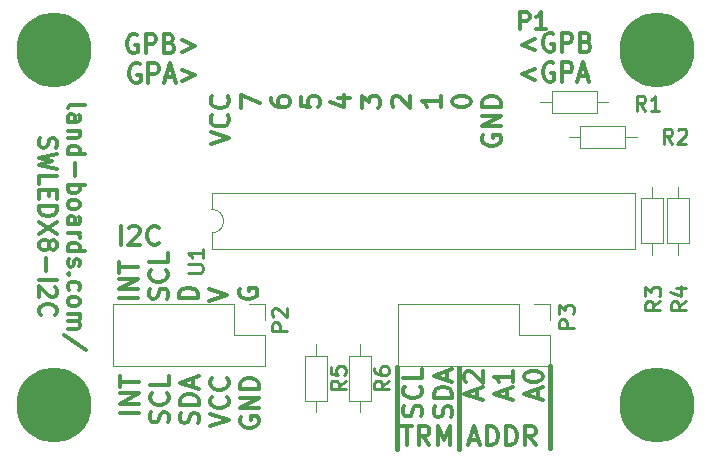
<source format=gto>
%TF.GenerationSoftware,KiCad,Pcbnew,(6.0.1)*%
%TF.CreationDate,2022-05-25T08:12:37-04:00*%
%TF.ProjectId,SWLEDX8-I2C,53574c45-4458-4382-9d49-32432e6b6963,X1*%
%TF.SameCoordinates,Original*%
%TF.FileFunction,Legend,Top*%
%TF.FilePolarity,Positive*%
%FSLAX46Y46*%
G04 Gerber Fmt 4.6, Leading zero omitted, Abs format (unit mm)*
G04 Created by KiCad (PCBNEW (6.0.1)) date 2022-05-25 08:12:37*
%MOMM*%
%LPD*%
G01*
G04 APERTURE LIST*
%ADD10C,0.381000*%
%ADD11C,0.304800*%
%ADD12C,0.375000*%
%ADD13C,0.254000*%
%ADD14C,0.120000*%
%ADD15C,6.350000*%
G04 APERTURE END LIST*
D10*
X38227000Y-37719000D02*
X38227000Y-30924500D01*
X45950000Y-37629000D02*
X45940000Y-30700000D01*
X32983000Y-30790000D02*
X32983000Y-37719000D01*
D11*
X44722120Y-5546214D02*
X43560977Y-6017928D01*
X44722120Y-6489642D01*
X46246120Y-5074500D02*
X46100977Y-4995880D01*
X45883262Y-4995880D01*
X45665548Y-5074500D01*
X45520405Y-5231738D01*
X45447834Y-5388976D01*
X45375262Y-5703452D01*
X45375262Y-5939309D01*
X45447834Y-6253785D01*
X45520405Y-6411023D01*
X45665548Y-6568261D01*
X45883262Y-6646880D01*
X46028405Y-6646880D01*
X46246120Y-6568261D01*
X46318691Y-6489642D01*
X46318691Y-5939309D01*
X46028405Y-5939309D01*
X46971834Y-6646880D02*
X46971834Y-4995880D01*
X47552405Y-4995880D01*
X47697548Y-5074500D01*
X47770120Y-5153119D01*
X47842691Y-5310357D01*
X47842691Y-5546214D01*
X47770120Y-5703452D01*
X47697548Y-5782071D01*
X47552405Y-5860690D01*
X46971834Y-5860690D01*
X48423262Y-6175166D02*
X49148977Y-6175166D01*
X48278120Y-6646880D02*
X48786120Y-4995880D01*
X49294120Y-6646880D01*
X35060809Y-34985577D02*
X35136404Y-34755162D01*
X35136404Y-34371139D01*
X35060809Y-34217529D01*
X34985214Y-34140724D01*
X34834023Y-34063920D01*
X34682833Y-34063920D01*
X34531642Y-34140724D01*
X34456047Y-34217529D01*
X34380452Y-34371139D01*
X34304857Y-34678358D01*
X34229261Y-34831967D01*
X34153666Y-34908772D01*
X34002476Y-34985577D01*
X33851285Y-34985577D01*
X33700095Y-34908772D01*
X33624500Y-34831967D01*
X33548904Y-34678358D01*
X33548904Y-34294334D01*
X33624500Y-34063920D01*
X34985214Y-32451020D02*
X35060809Y-32527824D01*
X35136404Y-32758239D01*
X35136404Y-32911848D01*
X35060809Y-33142262D01*
X34909619Y-33295872D01*
X34758428Y-33372677D01*
X34456047Y-33449481D01*
X34229261Y-33449481D01*
X33926880Y-33372677D01*
X33775690Y-33295872D01*
X33624500Y-33142262D01*
X33548904Y-32911848D01*
X33548904Y-32758239D01*
X33624500Y-32527824D01*
X33700095Y-32451020D01*
X35136404Y-30991729D02*
X35136404Y-31759777D01*
X33548904Y-31759777D01*
X37616684Y-35062381D02*
X37692279Y-34831967D01*
X37692279Y-34447943D01*
X37616684Y-34294334D01*
X37541089Y-34217529D01*
X37389898Y-34140724D01*
X37238708Y-34140724D01*
X37087517Y-34217529D01*
X37011922Y-34294334D01*
X36936327Y-34447943D01*
X36860732Y-34755162D01*
X36785136Y-34908772D01*
X36709541Y-34985577D01*
X36558351Y-35062381D01*
X36407160Y-35062381D01*
X36255970Y-34985577D01*
X36180375Y-34908772D01*
X36104779Y-34755162D01*
X36104779Y-34371139D01*
X36180375Y-34140724D01*
X37692279Y-33449481D02*
X36104779Y-33449481D01*
X36104779Y-33065458D01*
X36180375Y-32835043D01*
X36331565Y-32681434D01*
X36482755Y-32604629D01*
X36785136Y-32527824D01*
X37011922Y-32527824D01*
X37314303Y-32604629D01*
X37465494Y-32681434D01*
X37616684Y-32835043D01*
X37692279Y-33065458D01*
X37692279Y-33449481D01*
X37238708Y-31913386D02*
X37238708Y-31145339D01*
X37692279Y-32066996D02*
X36104779Y-31529362D01*
X37692279Y-30991729D01*
X39794583Y-33449481D02*
X39794583Y-32681434D01*
X40248154Y-33603091D02*
X38660654Y-33065458D01*
X40248154Y-32527824D01*
X38811845Y-32066996D02*
X38736250Y-31990191D01*
X38660654Y-31836581D01*
X38660654Y-31452558D01*
X38736250Y-31298948D01*
X38811845Y-31222143D01*
X38963035Y-31145339D01*
X39114226Y-31145339D01*
X39341011Y-31222143D01*
X40248154Y-32143800D01*
X40248154Y-31145339D01*
X42350458Y-33449481D02*
X42350458Y-32681434D01*
X42804029Y-33603091D02*
X41216529Y-33065458D01*
X42804029Y-32527824D01*
X42804029Y-31145339D02*
X42804029Y-32066996D01*
X42804029Y-31606167D02*
X41216529Y-31606167D01*
X41443315Y-31759777D01*
X41594505Y-31913386D01*
X41670101Y-32066996D01*
X44906333Y-33449481D02*
X44906333Y-32681434D01*
X45359904Y-33603091D02*
X43772404Y-33065458D01*
X45359904Y-32527824D01*
X43772404Y-31682972D02*
X43772404Y-31529362D01*
X43848000Y-31375753D01*
X43923595Y-31298948D01*
X44074785Y-31222143D01*
X44377166Y-31145339D01*
X44755142Y-31145339D01*
X45057523Y-31222143D01*
X45208714Y-31298948D01*
X45284309Y-31375753D01*
X45359904Y-31529362D01*
X45359904Y-31682972D01*
X45284309Y-31836581D01*
X45208714Y-31913386D01*
X45057523Y-31990191D01*
X44755142Y-32066996D01*
X44377166Y-32066996D01*
X44074785Y-31990191D01*
X43923595Y-31913386D01*
X43848000Y-31836581D01*
X43772404Y-31682972D01*
X43456739Y-2155976D02*
X43456739Y-758976D01*
X43988929Y-758976D01*
X44121977Y-825500D01*
X44188500Y-892023D01*
X44255024Y-1025071D01*
X44255024Y-1224642D01*
X44188500Y-1357690D01*
X44121977Y-1424214D01*
X43988929Y-1490738D01*
X43456739Y-1490738D01*
X45585500Y-2155976D02*
X44787215Y-2155976D01*
X45186358Y-2155976D02*
X45186358Y-758976D01*
X45053310Y-958547D01*
X44920262Y-1091595D01*
X44787215Y-1158119D01*
X11135553Y-34664710D02*
X9560753Y-34664710D01*
X11135553Y-33914805D02*
X9560753Y-33914805D01*
X11135553Y-33014920D01*
X9560753Y-33014920D01*
X9560753Y-32489986D02*
X9560753Y-31590100D01*
X11135553Y-32040043D02*
X9560753Y-32040043D01*
X13595991Y-35489605D02*
X13670981Y-35264634D01*
X13670981Y-34889681D01*
X13595991Y-34739700D01*
X13521000Y-34664710D01*
X13371019Y-34589720D01*
X13221038Y-34589720D01*
X13071057Y-34664710D01*
X12996067Y-34739700D01*
X12921076Y-34889681D01*
X12846086Y-35189643D01*
X12771095Y-35339624D01*
X12696105Y-35414615D01*
X12546124Y-35489605D01*
X12396143Y-35489605D01*
X12246162Y-35414615D01*
X12171172Y-35339624D01*
X12096181Y-35189643D01*
X12096181Y-34814691D01*
X12171172Y-34589720D01*
X13521000Y-33014920D02*
X13595991Y-33089910D01*
X13670981Y-33314881D01*
X13670981Y-33464862D01*
X13595991Y-33689834D01*
X13446010Y-33839815D01*
X13296029Y-33914805D01*
X12996067Y-33989796D01*
X12771095Y-33989796D01*
X12471133Y-33914805D01*
X12321152Y-33839815D01*
X12171172Y-33689834D01*
X12096181Y-33464862D01*
X12096181Y-33314881D01*
X12171172Y-33089910D01*
X12246162Y-33014920D01*
X13670981Y-31590100D02*
X13670981Y-32340005D01*
X12096181Y-32340005D01*
X16131419Y-35564596D02*
X16206409Y-35339624D01*
X16206409Y-34964672D01*
X16131419Y-34814691D01*
X16056428Y-34739700D01*
X15906447Y-34664710D01*
X15756466Y-34664710D01*
X15606485Y-34739700D01*
X15531495Y-34814691D01*
X15456504Y-34964672D01*
X15381514Y-35264634D01*
X15306523Y-35414615D01*
X15231533Y-35489605D01*
X15081552Y-35564596D01*
X14931571Y-35564596D01*
X14781590Y-35489605D01*
X14706600Y-35414615D01*
X14631609Y-35264634D01*
X14631609Y-34889681D01*
X14706600Y-34664710D01*
X16206409Y-33989796D02*
X14631609Y-33989796D01*
X14631609Y-33614843D01*
X14706600Y-33389872D01*
X14856580Y-33239891D01*
X15006561Y-33164900D01*
X15306523Y-33089910D01*
X15531495Y-33089910D01*
X15831457Y-33164900D01*
X15981438Y-33239891D01*
X16131419Y-33389872D01*
X16206409Y-33614843D01*
X16206409Y-33989796D01*
X15756466Y-32489986D02*
X15756466Y-31740081D01*
X16206409Y-32639967D02*
X14631609Y-32115034D01*
X16206409Y-31590100D01*
X17167037Y-35789567D02*
X18741837Y-35264634D01*
X17167037Y-34739700D01*
X18591856Y-33314881D02*
X18666847Y-33389872D01*
X18741837Y-33614843D01*
X18741837Y-33764824D01*
X18666847Y-33989796D01*
X18516866Y-34139777D01*
X18366885Y-34214767D01*
X18066923Y-34289758D01*
X17841951Y-34289758D01*
X17541989Y-34214767D01*
X17392008Y-34139777D01*
X17242028Y-33989796D01*
X17167037Y-33764824D01*
X17167037Y-33614843D01*
X17242028Y-33389872D01*
X17317018Y-33314881D01*
X18591856Y-31740081D02*
X18666847Y-31815072D01*
X18741837Y-32040043D01*
X18741837Y-32190024D01*
X18666847Y-32414996D01*
X18516866Y-32564977D01*
X18366885Y-32639967D01*
X18066923Y-32714958D01*
X17841951Y-32714958D01*
X17541989Y-32639967D01*
X17392008Y-32564977D01*
X17242028Y-32414996D01*
X17167037Y-32190024D01*
X17167037Y-32040043D01*
X17242028Y-31815072D01*
X17317018Y-31740081D01*
X19777456Y-35039662D02*
X19702465Y-35189643D01*
X19702465Y-35414615D01*
X19777456Y-35639586D01*
X19927436Y-35789567D01*
X20077417Y-35864558D01*
X20377379Y-35939548D01*
X20602351Y-35939548D01*
X20902313Y-35864558D01*
X21052294Y-35789567D01*
X21202275Y-35639586D01*
X21277265Y-35414615D01*
X21277265Y-35264634D01*
X21202275Y-35039662D01*
X21127284Y-34964672D01*
X20602351Y-34964672D01*
X20602351Y-35264634D01*
X21277265Y-34289758D02*
X19702465Y-34289758D01*
X21277265Y-33389872D01*
X19702465Y-33389872D01*
X21277265Y-32639967D02*
X19702465Y-32639967D01*
X19702465Y-32265015D01*
X19777456Y-32040043D01*
X19927436Y-31890062D01*
X20077417Y-31815072D01*
X20377379Y-31740081D01*
X20602351Y-31740081D01*
X20902313Y-31815072D01*
X21052294Y-31890062D01*
X21202275Y-32040043D01*
X21277265Y-32265015D01*
X21277265Y-32639967D01*
X33370399Y-35830654D02*
X34292056Y-35830654D01*
X33831227Y-37418154D02*
X33831227Y-35830654D01*
X35751346Y-37418154D02*
X35213713Y-36662202D01*
X34829689Y-37418154D02*
X34829689Y-35830654D01*
X35444127Y-35830654D01*
X35597737Y-35906250D01*
X35674541Y-35981845D01*
X35751346Y-36133035D01*
X35751346Y-36359821D01*
X35674541Y-36511011D01*
X35597737Y-36586607D01*
X35444127Y-36662202D01*
X34829689Y-36662202D01*
X36442589Y-37418154D02*
X36442589Y-35830654D01*
X36980222Y-36964583D01*
X37517856Y-35830654D01*
X37517856Y-37418154D01*
X11221880Y-5174500D02*
X11076737Y-5095880D01*
X10859022Y-5095880D01*
X10641308Y-5174500D01*
X10496165Y-5331738D01*
X10423594Y-5488976D01*
X10351022Y-5803452D01*
X10351022Y-6039309D01*
X10423594Y-6353785D01*
X10496165Y-6511023D01*
X10641308Y-6668261D01*
X10859022Y-6746880D01*
X11004165Y-6746880D01*
X11221880Y-6668261D01*
X11294451Y-6589642D01*
X11294451Y-6039309D01*
X11004165Y-6039309D01*
X11947594Y-6746880D02*
X11947594Y-5095880D01*
X12528165Y-5095880D01*
X12673308Y-5174500D01*
X12745880Y-5253119D01*
X12818451Y-5410357D01*
X12818451Y-5646214D01*
X12745880Y-5803452D01*
X12673308Y-5882071D01*
X12528165Y-5960690D01*
X11947594Y-5960690D01*
X13399022Y-6275166D02*
X14124737Y-6275166D01*
X13253880Y-6746880D02*
X13761880Y-5095880D01*
X14269880Y-6746880D01*
X14777880Y-5646214D02*
X15939022Y-6117928D01*
X14777880Y-6589642D01*
X39132913Y-36967583D02*
X39900960Y-36967583D01*
X38979303Y-37421154D02*
X39516937Y-35833654D01*
X40054570Y-37421154D01*
X40592203Y-37421154D02*
X40592203Y-35833654D01*
X40976227Y-35833654D01*
X41206641Y-35909250D01*
X41360251Y-36060440D01*
X41437056Y-36211630D01*
X41513860Y-36514011D01*
X41513860Y-36740797D01*
X41437056Y-37043178D01*
X41360251Y-37194369D01*
X41206641Y-37345559D01*
X40976227Y-37421154D01*
X40592203Y-37421154D01*
X42205103Y-37421154D02*
X42205103Y-35833654D01*
X42589127Y-35833654D01*
X42819541Y-35909250D01*
X42973151Y-36060440D01*
X43049956Y-36211630D01*
X43126760Y-36514011D01*
X43126760Y-36740797D01*
X43049956Y-37043178D01*
X42973151Y-37194369D01*
X42819541Y-37345559D01*
X42589127Y-37421154D01*
X42205103Y-37421154D01*
X44739660Y-37421154D02*
X44202027Y-36665202D01*
X43818003Y-37421154D02*
X43818003Y-35833654D01*
X44432441Y-35833654D01*
X44586051Y-35909250D01*
X44662856Y-35984845D01*
X44739660Y-36136035D01*
X44739660Y-36362821D01*
X44662856Y-36514011D01*
X44586051Y-36589607D01*
X44432441Y-36665202D01*
X43818003Y-36665202D01*
D12*
X5128928Y-8864285D02*
X5200357Y-8721428D01*
X5343214Y-8649999D01*
X6628928Y-8649999D01*
X5128928Y-10078571D02*
X5914642Y-10078571D01*
X6057500Y-10007142D01*
X6128928Y-9864285D01*
X6128928Y-9578571D01*
X6057500Y-9435714D01*
X5200357Y-10078571D02*
X5128928Y-9935714D01*
X5128928Y-9578571D01*
X5200357Y-9435714D01*
X5343214Y-9364285D01*
X5486071Y-9364285D01*
X5628928Y-9435714D01*
X5700357Y-9578571D01*
X5700357Y-9935714D01*
X5771785Y-10078571D01*
X6128928Y-10792857D02*
X5128928Y-10792857D01*
X5986071Y-10792857D02*
X6057500Y-10864285D01*
X6128928Y-11007142D01*
X6128928Y-11221428D01*
X6057500Y-11364285D01*
X5914642Y-11435714D01*
X5128928Y-11435714D01*
X5128928Y-12792857D02*
X6628928Y-12792857D01*
X5200357Y-12792857D02*
X5128928Y-12649999D01*
X5128928Y-12364285D01*
X5200357Y-12221428D01*
X5271785Y-12149999D01*
X5414642Y-12078571D01*
X5843214Y-12078571D01*
X5986071Y-12149999D01*
X6057500Y-12221428D01*
X6128928Y-12364285D01*
X6128928Y-12649999D01*
X6057500Y-12792857D01*
X5700357Y-13507142D02*
X5700357Y-14649999D01*
X5128928Y-15364285D02*
X6628928Y-15364285D01*
X6057500Y-15364285D02*
X6128928Y-15507142D01*
X6128928Y-15792857D01*
X6057500Y-15935714D01*
X5986071Y-16007142D01*
X5843214Y-16078571D01*
X5414642Y-16078571D01*
X5271785Y-16007142D01*
X5200357Y-15935714D01*
X5128928Y-15792857D01*
X5128928Y-15507142D01*
X5200357Y-15364285D01*
X5128928Y-16935714D02*
X5200357Y-16792857D01*
X5271785Y-16721428D01*
X5414642Y-16649999D01*
X5843214Y-16649999D01*
X5986071Y-16721428D01*
X6057500Y-16792857D01*
X6128928Y-16935714D01*
X6128928Y-17150000D01*
X6057500Y-17292857D01*
X5986071Y-17364285D01*
X5843214Y-17435714D01*
X5414642Y-17435714D01*
X5271785Y-17364285D01*
X5200357Y-17292857D01*
X5128928Y-17149999D01*
X5128928Y-16935714D01*
X5128928Y-18721428D02*
X5914642Y-18721428D01*
X6057500Y-18650000D01*
X6128928Y-18507142D01*
X6128928Y-18221428D01*
X6057500Y-18078571D01*
X5200357Y-18721428D02*
X5128928Y-18578571D01*
X5128928Y-18221428D01*
X5200357Y-18078571D01*
X5343214Y-18007142D01*
X5486071Y-18007142D01*
X5628928Y-18078571D01*
X5700357Y-18221428D01*
X5700357Y-18578571D01*
X5771785Y-18721428D01*
X5128928Y-19435714D02*
X6128928Y-19435714D01*
X5843214Y-19435714D02*
X5986071Y-19507142D01*
X6057500Y-19578571D01*
X6128928Y-19721428D01*
X6128928Y-19864285D01*
X5128928Y-21007142D02*
X6628928Y-21007142D01*
X5200357Y-21007142D02*
X5128928Y-20864285D01*
X5128928Y-20578571D01*
X5200357Y-20435714D01*
X5271785Y-20364285D01*
X5414642Y-20292857D01*
X5843214Y-20292857D01*
X5986071Y-20364285D01*
X6057500Y-20435714D01*
X6128928Y-20578571D01*
X6128928Y-20864285D01*
X6057500Y-21007142D01*
X5200357Y-21649999D02*
X5128928Y-21792857D01*
X5128928Y-22078571D01*
X5200357Y-22221428D01*
X5343214Y-22292857D01*
X5414642Y-22292857D01*
X5557499Y-22221428D01*
X5628928Y-22078571D01*
X5628928Y-21864285D01*
X5700357Y-21721428D01*
X5843214Y-21649999D01*
X5914642Y-21649999D01*
X6057499Y-21721428D01*
X6128928Y-21864285D01*
X6128928Y-22078571D01*
X6057499Y-22221428D01*
X5271785Y-22935714D02*
X5200357Y-23007142D01*
X5128928Y-22935714D01*
X5200357Y-22864285D01*
X5271785Y-22935714D01*
X5128928Y-22935714D01*
X5200357Y-24292857D02*
X5128928Y-24149999D01*
X5128928Y-23864285D01*
X5200357Y-23721428D01*
X5271785Y-23649999D01*
X5414642Y-23578571D01*
X5843214Y-23578571D01*
X5986071Y-23649999D01*
X6057499Y-23721428D01*
X6128928Y-23864285D01*
X6128928Y-24149999D01*
X6057499Y-24292857D01*
X5128928Y-25150000D02*
X5200357Y-25007142D01*
X5271785Y-24935714D01*
X5414642Y-24864285D01*
X5843214Y-24864285D01*
X5986071Y-24935714D01*
X6057499Y-25007142D01*
X6128928Y-25150000D01*
X6128928Y-25364285D01*
X6057499Y-25507142D01*
X5986071Y-25578571D01*
X5843214Y-25650000D01*
X5414642Y-25650000D01*
X5271785Y-25578571D01*
X5200357Y-25507142D01*
X5128928Y-25364285D01*
X5128928Y-25150000D01*
X5128928Y-26292857D02*
X6128928Y-26292857D01*
X5986071Y-26292857D02*
X6057499Y-26364285D01*
X6128928Y-26507142D01*
X6128928Y-26721428D01*
X6057499Y-26864285D01*
X5914642Y-26935714D01*
X5128928Y-26935714D01*
X5914642Y-26935714D02*
X6057499Y-27007142D01*
X6128928Y-27149999D01*
X6128928Y-27364285D01*
X6057499Y-27507142D01*
X5914642Y-27578571D01*
X5128928Y-27578571D01*
X6700357Y-29364285D02*
X4771785Y-28078571D01*
X2785357Y-11400000D02*
X2713928Y-11614285D01*
X2713928Y-11971428D01*
X2785357Y-12114285D01*
X2856785Y-12185714D01*
X2999642Y-12257142D01*
X3142500Y-12257142D01*
X3285357Y-12185714D01*
X3356785Y-12114285D01*
X3428214Y-11971428D01*
X3499642Y-11685714D01*
X3571071Y-11542857D01*
X3642500Y-11471428D01*
X3785357Y-11400000D01*
X3928214Y-11400000D01*
X4071071Y-11471428D01*
X4142500Y-11542857D01*
X4213928Y-11685714D01*
X4213928Y-12042857D01*
X4142500Y-12257142D01*
X4213928Y-12757142D02*
X2713928Y-13114285D01*
X3785357Y-13400000D01*
X2713928Y-13685714D01*
X4213928Y-14042857D01*
X2713928Y-15328571D02*
X2713928Y-14614285D01*
X4213928Y-14614285D01*
X3499642Y-15828571D02*
X3499642Y-16328571D01*
X2713928Y-16542857D02*
X2713928Y-15828571D01*
X4213928Y-15828571D01*
X4213928Y-16542857D01*
X2713928Y-17185714D02*
X4213928Y-17185714D01*
X4213928Y-17542857D01*
X4142500Y-17757142D01*
X3999642Y-17900000D01*
X3856785Y-17971428D01*
X3571071Y-18042857D01*
X3356785Y-18042857D01*
X3071071Y-17971428D01*
X2928214Y-17900000D01*
X2785357Y-17757142D01*
X2713928Y-17542857D01*
X2713928Y-17185714D01*
X4213928Y-18542857D02*
X2713928Y-19542857D01*
X4213928Y-19542857D02*
X2713928Y-18542857D01*
X3571071Y-20328571D02*
X3642500Y-20185714D01*
X3713928Y-20114285D01*
X3856785Y-20042857D01*
X3928214Y-20042857D01*
X4071071Y-20114285D01*
X4142500Y-20185714D01*
X4213928Y-20328571D01*
X4213928Y-20614285D01*
X4142499Y-20757142D01*
X4071071Y-20828571D01*
X3928214Y-20900000D01*
X3856785Y-20900000D01*
X3713928Y-20828571D01*
X3642499Y-20757142D01*
X3571071Y-20614285D01*
X3571071Y-20328571D01*
X3499642Y-20185714D01*
X3428214Y-20114285D01*
X3285357Y-20042857D01*
X2999642Y-20042857D01*
X2856785Y-20114285D01*
X2785357Y-20185714D01*
X2713928Y-20328571D01*
X2713928Y-20614285D01*
X2785357Y-20757142D01*
X2856785Y-20828571D01*
X2999642Y-20900000D01*
X3285357Y-20900000D01*
X3428214Y-20828571D01*
X3499642Y-20757142D01*
X3571071Y-20614285D01*
X3285357Y-21542857D02*
X3285357Y-22685714D01*
X2713928Y-23400000D02*
X4213928Y-23400000D01*
X4071071Y-24042857D02*
X4142499Y-24114285D01*
X4213928Y-24257142D01*
X4213928Y-24614285D01*
X4142499Y-24757142D01*
X4071071Y-24828571D01*
X3928214Y-24900000D01*
X3785357Y-24900000D01*
X3571071Y-24828571D01*
X2713928Y-23971428D01*
X2713928Y-24900000D01*
X2856785Y-26400000D02*
X2785357Y-26328571D01*
X2713928Y-26114285D01*
X2713928Y-25971428D01*
X2785357Y-25757142D01*
X2928214Y-25614285D01*
X3071071Y-25542857D01*
X3356785Y-25471428D01*
X3571071Y-25471428D01*
X3856785Y-25542857D01*
X3999642Y-25614285D01*
X4142499Y-25757142D01*
X4213928Y-25971428D01*
X4213928Y-26114285D01*
X4142499Y-26328571D01*
X4071071Y-26400000D01*
D11*
X11004165Y-2674500D02*
X10859022Y-2595880D01*
X10641308Y-2595880D01*
X10423594Y-2674500D01*
X10278451Y-2831738D01*
X10205880Y-2988976D01*
X10133308Y-3303452D01*
X10133308Y-3539309D01*
X10205880Y-3853785D01*
X10278451Y-4011023D01*
X10423594Y-4168261D01*
X10641308Y-4246880D01*
X10786451Y-4246880D01*
X11004165Y-4168261D01*
X11076737Y-4089642D01*
X11076737Y-3539309D01*
X10786451Y-3539309D01*
X11729880Y-4246880D02*
X11729880Y-2595880D01*
X12310451Y-2595880D01*
X12455594Y-2674500D01*
X12528165Y-2753119D01*
X12600737Y-2910357D01*
X12600737Y-3146214D01*
X12528165Y-3303452D01*
X12455594Y-3382071D01*
X12310451Y-3460690D01*
X11729880Y-3460690D01*
X13761880Y-3382071D02*
X13979594Y-3460690D01*
X14052165Y-3539309D01*
X14124737Y-3696547D01*
X14124737Y-3932404D01*
X14052165Y-4089642D01*
X13979594Y-4168261D01*
X13834451Y-4246880D01*
X13253880Y-4246880D01*
X13253880Y-2595880D01*
X13761880Y-2595880D01*
X13907022Y-2674500D01*
X13979594Y-2753119D01*
X14052165Y-2910357D01*
X14052165Y-3067595D01*
X13979594Y-3224833D01*
X13907022Y-3303452D01*
X13761880Y-3382071D01*
X13253880Y-3382071D01*
X14777880Y-3146214D02*
X15939022Y-3617928D01*
X14777880Y-4089642D01*
X11041553Y-24986927D02*
X9466753Y-24986927D01*
X11041553Y-24237022D02*
X9466753Y-24237022D01*
X11041553Y-23337137D01*
X9466753Y-23337137D01*
X9466753Y-22812203D02*
X9466753Y-21912318D01*
X11041553Y-22362260D02*
X9466753Y-22362260D01*
X13501991Y-25061918D02*
X13576981Y-24836946D01*
X13576981Y-24461994D01*
X13501991Y-24312013D01*
X13427000Y-24237022D01*
X13277019Y-24162032D01*
X13127038Y-24162032D01*
X12977057Y-24237022D01*
X12902067Y-24312013D01*
X12827076Y-24461994D01*
X12752086Y-24761956D01*
X12677095Y-24911937D01*
X12602105Y-24986927D01*
X12452124Y-25061918D01*
X12302143Y-25061918D01*
X12152162Y-24986927D01*
X12077172Y-24911937D01*
X12002181Y-24761956D01*
X12002181Y-24387003D01*
X12077172Y-24162032D01*
X13427000Y-22587232D02*
X13501991Y-22662222D01*
X13576981Y-22887194D01*
X13576981Y-23037175D01*
X13501991Y-23262146D01*
X13352010Y-23412127D01*
X13202029Y-23487118D01*
X12902067Y-23562108D01*
X12677095Y-23562108D01*
X12377133Y-23487118D01*
X12227152Y-23412127D01*
X12077172Y-23262146D01*
X12002181Y-23037175D01*
X12002181Y-22887194D01*
X12077172Y-22662222D01*
X12152162Y-22587232D01*
X13576981Y-21162413D02*
X13576981Y-21912318D01*
X12002181Y-21912318D01*
X16112409Y-24986927D02*
X14537609Y-24986927D01*
X14537609Y-24611975D01*
X14612600Y-24387003D01*
X14762580Y-24237022D01*
X14912561Y-24162032D01*
X15212523Y-24087041D01*
X15437495Y-24087041D01*
X15737457Y-24162032D01*
X15887438Y-24237022D01*
X16037419Y-24387003D01*
X16112409Y-24611975D01*
X16112409Y-24986927D01*
X17073037Y-25211899D02*
X18647837Y-24686965D01*
X17073037Y-24162032D01*
X19683456Y-24162032D02*
X19608465Y-24312013D01*
X19608465Y-24536984D01*
X19683456Y-24761956D01*
X19833436Y-24911937D01*
X19983417Y-24986927D01*
X20283379Y-25061918D01*
X20508351Y-25061918D01*
X20808313Y-24986927D01*
X20958294Y-24911937D01*
X21108275Y-24761956D01*
X21183265Y-24536984D01*
X21183265Y-24387003D01*
X21108275Y-24162032D01*
X21033284Y-24087041D01*
X20508351Y-24087041D01*
X20508351Y-24387003D01*
X44722120Y-3046214D02*
X43560977Y-3517928D01*
X44722120Y-3989642D01*
X46246120Y-2574500D02*
X46100977Y-2495880D01*
X45883262Y-2495880D01*
X45665548Y-2574500D01*
X45520405Y-2731738D01*
X45447834Y-2888976D01*
X45375262Y-3203452D01*
X45375262Y-3439309D01*
X45447834Y-3753785D01*
X45520405Y-3911023D01*
X45665548Y-4068261D01*
X45883262Y-4146880D01*
X46028405Y-4146880D01*
X46246120Y-4068261D01*
X46318691Y-3989642D01*
X46318691Y-3439309D01*
X46028405Y-3439309D01*
X46971834Y-4146880D02*
X46971834Y-2495880D01*
X47552405Y-2495880D01*
X47697548Y-2574500D01*
X47770120Y-2653119D01*
X47842691Y-2810357D01*
X47842691Y-3046214D01*
X47770120Y-3203452D01*
X47697548Y-3282071D01*
X47552405Y-3360690D01*
X46971834Y-3360690D01*
X49003834Y-3282071D02*
X49221548Y-3360690D01*
X49294120Y-3439309D01*
X49366691Y-3596547D01*
X49366691Y-3832404D01*
X49294120Y-3989642D01*
X49221548Y-4068261D01*
X49076405Y-4146880D01*
X48495834Y-4146880D01*
X48495834Y-2495880D01*
X49003834Y-2495880D01*
X49148977Y-2574500D01*
X49221548Y-2653119D01*
X49294120Y-2810357D01*
X49294120Y-2967595D01*
X49221548Y-3124833D01*
X49148977Y-3203452D01*
X49003834Y-3282071D01*
X48495834Y-3282071D01*
X17220217Y-11948643D02*
X18807717Y-11419477D01*
X17220217Y-10890310D01*
X18656527Y-9454000D02*
X18732122Y-9529596D01*
X18807717Y-9756381D01*
X18807717Y-9907572D01*
X18732122Y-10134358D01*
X18580932Y-10285548D01*
X18429741Y-10361143D01*
X18127360Y-10436739D01*
X17900574Y-10436739D01*
X17598193Y-10361143D01*
X17447003Y-10285548D01*
X17295813Y-10134358D01*
X17220217Y-9907572D01*
X17220217Y-9756381D01*
X17295813Y-9529596D01*
X17371408Y-9454000D01*
X18656527Y-7866500D02*
X18732122Y-7942096D01*
X18807717Y-8168881D01*
X18807717Y-8320072D01*
X18732122Y-8546858D01*
X18580932Y-8698048D01*
X18429741Y-8773643D01*
X18127360Y-8849239D01*
X17900574Y-8849239D01*
X17598193Y-8773643D01*
X17447003Y-8698048D01*
X17295813Y-8546858D01*
X17220217Y-8320072D01*
X17220217Y-8168881D01*
X17295813Y-7942096D01*
X17371408Y-7866500D01*
X19776092Y-8849239D02*
X19776092Y-7790905D01*
X21363592Y-8471262D01*
X22331967Y-8017691D02*
X22331967Y-8320072D01*
X22407563Y-8471262D01*
X22483158Y-8546858D01*
X22709943Y-8698048D01*
X23012324Y-8773643D01*
X23617086Y-8773643D01*
X23768277Y-8698048D01*
X23843872Y-8622453D01*
X23919467Y-8471262D01*
X23919467Y-8168881D01*
X23843872Y-8017691D01*
X23768277Y-7942096D01*
X23617086Y-7866500D01*
X23239110Y-7866500D01*
X23087920Y-7942096D01*
X23012324Y-8017691D01*
X22936729Y-8168881D01*
X22936729Y-8471262D01*
X23012324Y-8622453D01*
X23087920Y-8698048D01*
X23239110Y-8773643D01*
X24887842Y-7942096D02*
X24887842Y-8698048D01*
X25643795Y-8773643D01*
X25568199Y-8698048D01*
X25492604Y-8546858D01*
X25492604Y-8168881D01*
X25568199Y-8017691D01*
X25643795Y-7942096D01*
X25794985Y-7866500D01*
X26172961Y-7866500D01*
X26324152Y-7942096D01*
X26399747Y-8017691D01*
X26475342Y-8168881D01*
X26475342Y-8546858D01*
X26399747Y-8698048D01*
X26324152Y-8773643D01*
X27972884Y-8017691D02*
X29031217Y-8017691D01*
X27368122Y-8395667D02*
X28502051Y-8773643D01*
X28502051Y-7790905D01*
X29999592Y-8849239D02*
X29999592Y-7866500D01*
X30604354Y-8395667D01*
X30604354Y-8168881D01*
X30679949Y-8017691D01*
X30755545Y-7942096D01*
X30906735Y-7866500D01*
X31284711Y-7866500D01*
X31435902Y-7942096D01*
X31511497Y-8017691D01*
X31587092Y-8168881D01*
X31587092Y-8622453D01*
X31511497Y-8773643D01*
X31435902Y-8849239D01*
X32706658Y-8773643D02*
X32631063Y-8698048D01*
X32555467Y-8546858D01*
X32555467Y-8168881D01*
X32631063Y-8017691D01*
X32706658Y-7942096D01*
X32857848Y-7866500D01*
X33009039Y-7866500D01*
X33235824Y-7942096D01*
X34142967Y-8849239D01*
X34142967Y-7866500D01*
X36698842Y-7866500D02*
X36698842Y-8773643D01*
X36698842Y-8320072D02*
X35111342Y-8320072D01*
X35338128Y-8471262D01*
X35489318Y-8622453D01*
X35564914Y-8773643D01*
X37667217Y-8395667D02*
X37667217Y-8244477D01*
X37742813Y-8093286D01*
X37818408Y-8017691D01*
X37969598Y-7942096D01*
X38271979Y-7866500D01*
X38649955Y-7866500D01*
X38952336Y-7942096D01*
X39103527Y-8017691D01*
X39179122Y-8093286D01*
X39254717Y-8244477D01*
X39254717Y-8395667D01*
X39179122Y-8546858D01*
X39103527Y-8622453D01*
X38952336Y-8698048D01*
X38649955Y-8773643D01*
X38271979Y-8773643D01*
X37969598Y-8698048D01*
X37818408Y-8622453D01*
X37742813Y-8546858D01*
X37667217Y-8395667D01*
X40298688Y-11192691D02*
X40223092Y-11343881D01*
X40223092Y-11570667D01*
X40298688Y-11797453D01*
X40449878Y-11948643D01*
X40601068Y-12024239D01*
X40903449Y-12099834D01*
X41130235Y-12099834D01*
X41432616Y-12024239D01*
X41583807Y-11948643D01*
X41734997Y-11797453D01*
X41810592Y-11570667D01*
X41810592Y-11419477D01*
X41734997Y-11192691D01*
X41659402Y-11117096D01*
X41130235Y-11117096D01*
X41130235Y-11419477D01*
X41810592Y-10436739D02*
X40223092Y-10436739D01*
X41810592Y-9529596D01*
X40223092Y-9529596D01*
X41810592Y-8773643D02*
X40223092Y-8773643D01*
X40223092Y-8395667D01*
X40298688Y-8168881D01*
X40449878Y-8017691D01*
X40601068Y-7942096D01*
X40903449Y-7866500D01*
X41130235Y-7866500D01*
X41432616Y-7942096D01*
X41583807Y-8017691D01*
X41734997Y-8168881D01*
X41810592Y-8395667D01*
X41810592Y-8773643D01*
X9632143Y-20436154D02*
X9632143Y-18848654D01*
X10323386Y-18999845D02*
X10400191Y-18924250D01*
X10553800Y-18848654D01*
X10937824Y-18848654D01*
X11091434Y-18924250D01*
X11168239Y-18999845D01*
X11245043Y-19151035D01*
X11245043Y-19302226D01*
X11168239Y-19529011D01*
X10246581Y-20436154D01*
X11245043Y-20436154D01*
X12857943Y-20284964D02*
X12781139Y-20360559D01*
X12550724Y-20436154D01*
X12397115Y-20436154D01*
X12166700Y-20360559D01*
X12013091Y-20209369D01*
X11936286Y-20058178D01*
X11859481Y-19755797D01*
X11859481Y-19529011D01*
X11936286Y-19226630D01*
X12013091Y-19075440D01*
X12166700Y-18924250D01*
X12397115Y-18848654D01*
X12550724Y-18848654D01*
X12781139Y-18924250D01*
X12857943Y-18999845D01*
D13*
%TO.C,R1*%
X54017333Y-9083523D02*
X53594000Y-8478761D01*
X53291619Y-9083523D02*
X53291619Y-7813523D01*
X53775428Y-7813523D01*
X53896380Y-7874000D01*
X53956857Y-7934476D01*
X54017333Y-8055428D01*
X54017333Y-8236857D01*
X53956857Y-8357809D01*
X53896380Y-8418285D01*
X53775428Y-8478761D01*
X53291619Y-8478761D01*
X55226857Y-9083523D02*
X54501142Y-9083523D01*
X54864000Y-9083523D02*
X54864000Y-7813523D01*
X54743047Y-7994952D01*
X54622095Y-8115904D01*
X54501142Y-8176380D01*
%TO.C,R3*%
X55311523Y-25230666D02*
X54706761Y-25654000D01*
X55311523Y-25956380D02*
X54041523Y-25956380D01*
X54041523Y-25472571D01*
X54102000Y-25351619D01*
X54162476Y-25291142D01*
X54283428Y-25230666D01*
X54464857Y-25230666D01*
X54585809Y-25291142D01*
X54646285Y-25351619D01*
X54706761Y-25472571D01*
X54706761Y-25956380D01*
X54041523Y-24807333D02*
X54041523Y-24021142D01*
X54525333Y-24444476D01*
X54525333Y-24263047D01*
X54585809Y-24142095D01*
X54646285Y-24081619D01*
X54767238Y-24021142D01*
X55069619Y-24021142D01*
X55190571Y-24081619D01*
X55251047Y-24142095D01*
X55311523Y-24263047D01*
X55311523Y-24625904D01*
X55251047Y-24746857D01*
X55190571Y-24807333D01*
%TO.C,R4*%
X57470523Y-25230666D02*
X56865761Y-25654000D01*
X57470523Y-25956380D02*
X56200523Y-25956380D01*
X56200523Y-25472571D01*
X56261000Y-25351619D01*
X56321476Y-25291142D01*
X56442428Y-25230666D01*
X56623857Y-25230666D01*
X56744809Y-25291142D01*
X56805285Y-25351619D01*
X56865761Y-25472571D01*
X56865761Y-25956380D01*
X56623857Y-24142095D02*
X57470523Y-24142095D01*
X56140047Y-24444476D02*
X57047190Y-24746857D01*
X57047190Y-23960666D01*
%TO.C,R2*%
X56303333Y-11877523D02*
X55880000Y-11272761D01*
X55577619Y-11877523D02*
X55577619Y-10607523D01*
X56061428Y-10607523D01*
X56182380Y-10668000D01*
X56242857Y-10728476D01*
X56303333Y-10849428D01*
X56303333Y-11030857D01*
X56242857Y-11151809D01*
X56182380Y-11212285D01*
X56061428Y-11272761D01*
X55577619Y-11272761D01*
X56787142Y-10728476D02*
X56847619Y-10668000D01*
X56968571Y-10607523D01*
X57270952Y-10607523D01*
X57391904Y-10668000D01*
X57452380Y-10728476D01*
X57512857Y-10849428D01*
X57512857Y-10970380D01*
X57452380Y-11151809D01*
X56726666Y-11877523D01*
X57512857Y-11877523D01*
%TO.C,R5*%
X28656523Y-31961666D02*
X28051761Y-32385000D01*
X28656523Y-32687380D02*
X27386523Y-32687380D01*
X27386523Y-32203571D01*
X27447000Y-32082619D01*
X27507476Y-32022142D01*
X27628428Y-31961666D01*
X27809857Y-31961666D01*
X27930809Y-32022142D01*
X27991285Y-32082619D01*
X28051761Y-32203571D01*
X28051761Y-32687380D01*
X27386523Y-30812619D02*
X27386523Y-31417380D01*
X27991285Y-31477857D01*
X27930809Y-31417380D01*
X27870333Y-31296428D01*
X27870333Y-30994047D01*
X27930809Y-30873095D01*
X27991285Y-30812619D01*
X28112238Y-30752142D01*
X28414619Y-30752142D01*
X28535571Y-30812619D01*
X28596047Y-30873095D01*
X28656523Y-30994047D01*
X28656523Y-31296428D01*
X28596047Y-31417380D01*
X28535571Y-31477857D01*
%TO.C,R6*%
X32339523Y-31961666D02*
X31734761Y-32385000D01*
X32339523Y-32687380D02*
X31069523Y-32687380D01*
X31069523Y-32203571D01*
X31130000Y-32082619D01*
X31190476Y-32022142D01*
X31311428Y-31961666D01*
X31492857Y-31961666D01*
X31613809Y-32022142D01*
X31674285Y-32082619D01*
X31734761Y-32203571D01*
X31734761Y-32687380D01*
X31069523Y-30873095D02*
X31069523Y-31115000D01*
X31130000Y-31235952D01*
X31190476Y-31296428D01*
X31371904Y-31417380D01*
X31613809Y-31477857D01*
X32097619Y-31477857D01*
X32218571Y-31417380D01*
X32279047Y-31356904D01*
X32339523Y-31235952D01*
X32339523Y-30994047D01*
X32279047Y-30873095D01*
X32218571Y-30812619D01*
X32097619Y-30752142D01*
X31795238Y-30752142D01*
X31674285Y-30812619D01*
X31613809Y-30873095D01*
X31553333Y-30994047D01*
X31553333Y-31235952D01*
X31613809Y-31356904D01*
X31674285Y-31417380D01*
X31795238Y-31477857D01*
%TO.C,P3*%
X47984523Y-27467380D02*
X46714523Y-27467380D01*
X46714523Y-26983571D01*
X46775000Y-26862619D01*
X46835476Y-26802142D01*
X46956428Y-26741666D01*
X47137857Y-26741666D01*
X47258809Y-26802142D01*
X47319285Y-26862619D01*
X47379761Y-26983571D01*
X47379761Y-27467380D01*
X46714523Y-26318333D02*
X46714523Y-25532142D01*
X47198333Y-25955476D01*
X47198333Y-25774047D01*
X47258809Y-25653095D01*
X47319285Y-25592619D01*
X47440238Y-25532142D01*
X47742619Y-25532142D01*
X47863571Y-25592619D01*
X47924047Y-25653095D01*
X47984523Y-25774047D01*
X47984523Y-26136904D01*
X47924047Y-26257857D01*
X47863571Y-26318333D01*
%TO.C,U1*%
X15306523Y-22811619D02*
X16334619Y-22811619D01*
X16455571Y-22751142D01*
X16516047Y-22690666D01*
X16576523Y-22569714D01*
X16576523Y-22327809D01*
X16516047Y-22206857D01*
X16455571Y-22146380D01*
X16334619Y-22085904D01*
X15306523Y-22085904D01*
X16576523Y-20815904D02*
X16576523Y-21541619D01*
X16576523Y-21178761D02*
X15306523Y-21178761D01*
X15487952Y-21299714D01*
X15608904Y-21420666D01*
X15669380Y-21541619D01*
%TO.C,P2*%
X23688523Y-27734380D02*
X22418523Y-27734380D01*
X22418523Y-27250571D01*
X22479000Y-27129619D01*
X22539476Y-27069142D01*
X22660428Y-27008666D01*
X22841857Y-27008666D01*
X22962809Y-27069142D01*
X23023285Y-27129619D01*
X23083761Y-27250571D01*
X23083761Y-27734380D01*
X22539476Y-26524857D02*
X22479000Y-26464380D01*
X22418523Y-26343428D01*
X22418523Y-26041047D01*
X22479000Y-25920095D01*
X22539476Y-25859619D01*
X22660428Y-25799142D01*
X22781380Y-25799142D01*
X22962809Y-25859619D01*
X23688523Y-26585333D01*
X23688523Y-25799142D01*
D14*
%TO.C,R1*%
X49926000Y-9302000D02*
X49926000Y-7462000D01*
X50876000Y-8382000D02*
X49926000Y-8382000D01*
X46086000Y-7462000D02*
X46086000Y-9302000D01*
X45136000Y-8382000D02*
X46086000Y-8382000D01*
X46086000Y-9302000D02*
X49926000Y-9302000D01*
X49926000Y-7462000D02*
X46086000Y-7462000D01*
%TO.C,R3*%
X55530000Y-20335000D02*
X55530000Y-16495000D01*
X53690000Y-16495000D02*
X53690000Y-20335000D01*
X55530000Y-16495000D02*
X53690000Y-16495000D01*
X54610000Y-21285000D02*
X54610000Y-20335000D01*
X54610000Y-15545000D02*
X54610000Y-16495000D01*
X53690000Y-20335000D02*
X55530000Y-20335000D01*
%TO.C,R4*%
X57689000Y-16495000D02*
X55849000Y-16495000D01*
X57689000Y-20335000D02*
X57689000Y-16495000D01*
X55849000Y-16495000D02*
X55849000Y-20335000D01*
X55849000Y-20335000D02*
X57689000Y-20335000D01*
X56769000Y-15545000D02*
X56769000Y-16495000D01*
X56769000Y-21285000D02*
X56769000Y-20335000D01*
%TO.C,R2*%
X52339000Y-12223000D02*
X52339000Y-10383000D01*
X52339000Y-10383000D02*
X48499000Y-10383000D01*
X48499000Y-10383000D02*
X48499000Y-12223000D01*
X53289000Y-11303000D02*
X52339000Y-11303000D01*
X47549000Y-11303000D02*
X48499000Y-11303000D01*
X48499000Y-12223000D02*
X52339000Y-12223000D01*
%TO.C,R5*%
X26162000Y-28880000D02*
X26162000Y-29830000D01*
X25242000Y-33670000D02*
X27082000Y-33670000D01*
X27082000Y-33670000D02*
X27082000Y-29830000D01*
X26162000Y-34620000D02*
X26162000Y-33670000D01*
X27082000Y-29830000D02*
X25242000Y-29830000D01*
X25242000Y-29830000D02*
X25242000Y-33670000D01*
%TO.C,R6*%
X28925000Y-29830000D02*
X28925000Y-33670000D01*
X29845000Y-28880000D02*
X29845000Y-29830000D01*
X29845000Y-34620000D02*
X29845000Y-33670000D01*
X30765000Y-29830000D02*
X28925000Y-29830000D01*
X28925000Y-33670000D02*
X30765000Y-33670000D01*
X30765000Y-33670000D02*
X30765000Y-29830000D01*
%TO.C,P3*%
X33120000Y-25500000D02*
X33120000Y-30700000D01*
X44610000Y-25500000D02*
X45940000Y-25500000D01*
X43340000Y-28100000D02*
X43340000Y-25500000D01*
X45940000Y-30700000D02*
X45940000Y-28100000D01*
X43340000Y-25500000D02*
X33120000Y-25500000D01*
X45940000Y-25500000D02*
X45940000Y-26830000D01*
X45940000Y-28100000D02*
X43340000Y-28100000D01*
X33120000Y-30700000D02*
X45940000Y-30700000D01*
%TO.C,U1*%
X17312000Y-16078000D02*
X17312000Y-17448000D01*
X53112000Y-20818000D02*
X53112000Y-16078000D01*
X17312000Y-19448000D02*
X17312000Y-20818000D01*
X17312000Y-20818000D02*
X53112000Y-20818000D01*
X53112000Y-16078000D02*
X17312000Y-16078000D01*
X17312000Y-19448000D02*
G75*
G03*
X17312000Y-17448000I0J1000000D01*
G01*
%TO.C,P2*%
X8990000Y-25500000D02*
X8990000Y-30700000D01*
X19210000Y-28100000D02*
X21810000Y-28100000D01*
X19210000Y-25500000D02*
X19210000Y-28100000D01*
X21810000Y-28100000D02*
X21810000Y-30700000D01*
X19210000Y-25500000D02*
X8990000Y-25500000D01*
X21810000Y-25500000D02*
X21810000Y-26830000D01*
X20480000Y-25500000D02*
X21810000Y-25500000D01*
X21810000Y-30700000D02*
X8990000Y-30700000D01*
%TD*%
D15*
%TO.C,MTG?1*%
X55000000Y-34000000D03*
%TD*%
%TO.C,MTG1*%
X55000000Y-4000000D03*
%TD*%
%TO.C,MTG2*%
X4000000Y-4000000D03*
%TD*%
%TO.C,MTG3*%
X4000000Y-34000000D03*
%TD*%
M02*

</source>
